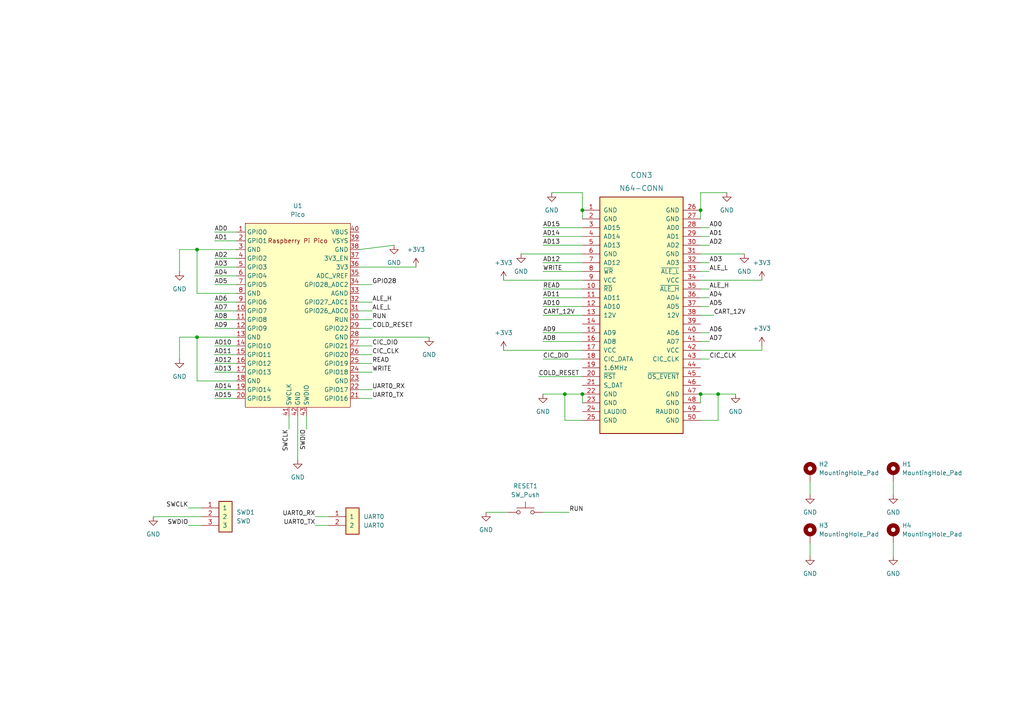
<source format=kicad_sch>
(kicad_sch (version 20211123) (generator eeschema)
  (paper "A4")
  (lib_symbols
    (symbol "MCU_RaspberryPi_and_Boards:Pico"
      (property "Reference" "U" (at -13.97 27.94 0))
      (property "Value" "Pico" (at 0 19.05 0))
      (symbol "Pico_0_0"
        (text "Raspberry Pi Pico" (at 0 21.59 0) (effects (font (size 1.27 1.27))))
      )
      (symbol "Pico_0_1"
        (rectangle (start -15.24 26.67) (end 15.24 -26.67) (fill (type background)))
      )
      (symbol "Pico_1_1"
        (pin bidirectional line (at -17.78 24.13 0) (length 2.54) (name "GPIO0") (number "1"))
        (pin bidirectional line (at -17.78 1.27 0) (length 2.54) (name "GPIO7") (number "10"))
        (pin bidirectional line (at -17.78 -1.27 0) (length 2.54) (name "GPIO8") (number "11"))
        (pin bidirectional line (at -17.78 -3.81 0) (length 2.54) (name "GPIO9") (number "12"))
        (pin power_in line (at -17.78 -6.35 0) (length 2.54) (name "GND") (number "13"))
        (pin bidirectional line (at -17.78 -8.89 0) (length 2.54) (name "GPIO10") (number "14"))
        (pin bidirectional line (at -17.78 -11.43 0) (length 2.54) (name "GPIO11") (number "15"))
        (pin bidirectional line (at -17.78 -13.97 0) (length 2.54) (name "GPIO12") (number "16"))
        (pin bidirectional line (at -17.78 -16.51 0) (length 2.54) (name "GPIO13") (number "17"))
        (pin power_in line (at -17.78 -19.05 0) (length 2.54) (name "GND") (number "18"))
        (pin bidirectional line (at -17.78 -21.59 0) (length 2.54) (name "GPIO14") (number "19"))
        (pin bidirectional line (at -17.78 21.59 0) (length 2.54) (name "GPIO1") (number "2"))
        (pin bidirectional line (at -17.78 -24.13 0) (length 2.54) (name "GPIO15") (number "20"))
        (pin bidirectional line (at 17.78 -24.13 180) (length 2.54) (name "GPIO16") (number "21"))
        (pin bidirectional line (at 17.78 -21.59 180) (length 2.54) (name "GPIO17") (number "22"))
        (pin power_in line (at 17.78 -19.05 180) (length 2.54) (name "GND") (number "23"))
        (pin bidirectional line (at 17.78 -16.51 180) (length 2.54) (name "GPIO18") (number "24"))
        (pin bidirectional line (at 17.78 -13.97 180) (length 2.54) (name "GPIO19") (number "25"))
        (pin bidirectional line (at 17.78 -11.43 180) (length 2.54) (name "GPIO20") (number "26"))
        (pin bidirectional line (at 17.78 -8.89 180) (length 2.54) (name "GPIO21") (number "27"))
        (pin power_in line (at 17.78 -6.35 180) (length 2.54) (name "GND") (number "28"))
        (pin bidirectional line (at 17.78 -3.81 180) (length 2.54) (name "GPIO22") (number "29"))
        (pin power_in line (at -17.78 19.05 0) (length 2.54) (name "GND") (number "3"))
        (pin input line (at 17.78 -1.27 180) (length 2.54) (name "RUN") (number "30"))
        (pin bidirectional line (at 17.78 1.27 180) (length 2.54) (name "GPIO26_ADC0") (number "31"))
        (pin bidirectional line (at 17.78 3.81 180) (length 2.54) (name "GPIO27_ADC1") (number "32"))
        (pin power_in line (at 17.78 6.35 180) (length 2.54) (name "AGND") (number "33"))
        (pin bidirectional line (at 17.78 8.89 180) (length 2.54) (name "GPIO28_ADC2") (number "34"))
        (pin power_in line (at 17.78 11.43 180) (length 2.54) (name "ADC_VREF") (number "35"))
        (pin power_in line (at 17.78 13.97 180) (length 2.54) (name "3V3") (number "36"))
        (pin input line (at 17.78 16.51 180) (length 2.54) (name "3V3_EN") (number "37"))
        (pin bidirectional line (at 17.78 19.05 180) (length 2.54) (name "GND") (number "38"))
        (pin power_in line (at 17.78 21.59 180) (length 2.54) (name "VSYS") (number "39"))
        (pin bidirectional line (at -17.78 16.51 0) (length 2.54) (name "GPIO2") (number "4"))
        (pin power_in line (at 17.78 24.13 180) (length 2.54) (name "VBUS") (number "40"))
        (pin input line (at -2.54 -29.21 90) (length 2.54) (name "SWCLK") (number "41"))
        (pin power_in line (at 0 -29.21 90) (length 2.54) (name "GND") (number "42"))
        (pin bidirectional line (at 2.54 -29.21 90) (length 2.54) (name "SWDIO") (number "43"))
        (pin bidirectional line (at -17.78 13.97 0) (length 2.54) (name "GPIO3") (number "5"))
        (pin bidirectional line (at -17.78 11.43 0) (length 2.54) (name "GPIO4") (number "6"))
        (pin bidirectional line (at -17.78 8.89 0) (length 2.54) (name "GPIO5") (number "7"))
        (pin power_in line (at -17.78 6.35 0) (length 2.54) (name "GND") (number "8"))
        (pin bidirectional line (at -17.78 3.81 0) (length 2.54) (name "GPIO6") (number "9"))
      )
    )
    (symbol "Mechanical:MountingHole_Pad" (pin_numbers hide) (pin_names (offset 1.016) hide)
      (property "Reference" "H" (at 0 6.35 0))
      (property "Value" "MountingHole_Pad" (at 0 4.445 0))
      (symbol "MountingHole_Pad_0_1"
        (circle (center 0 1.27) (radius 1.27) (stroke (width 1.27)))
      )
      (symbol "MountingHole_Pad_1_1"
        (pin input line (at 0 -2.54 90) (length 2.54) (name "1") (number "1"))
      )
    )
    (symbol "Switch:SW_Push" (pin_numbers hide) (pin_names (offset 1.016) hide)
      (property "Reference" "SW" (at 1.27 2.54 0))
      (property "Value" "SW_Push" (at 0 -1.524 0))
      (symbol "SW_Push_0_1"
        (circle (center -2.032 0) (radius 0.508))
        (polyline (pts (xy 0 1.27) (xy 0 3.048)))
        (polyline (pts (xy 2.54 1.27) (xy -2.54 1.27)))
        (circle (center 2.032 0) (radius 0.508))
        (pin passive line (at -5.08 0 0) (length 2.54) (name "1") (number "1"))
        (pin passive line (at 5.08 0 180) (length 2.54) (name "2") (number "2"))
      )
    )
    (symbol "db-connectors:HDR1X2" (pin_names (offset 1.016))
      (property "Reference" "CON" (at 2.54 3.81 0))
      (property "Value" "HDR1X2" (at 4.445 1.27 0))
      (symbol "HDR1X2_0_1"
        (rectangle (start 0 0) (end 3.81 -7.62) (stroke (width 0.254)) (fill (type background)))
      )
      (symbol "HDR1X2_1_1"
        (pin passive line (at -5.08 -2.54 0) (length 5.08) (name "1") (number "1"))
        (pin passive line (at -5.08 -5.08 0) (length 5.08) (name "2") (number "2"))
      )
    )
    (symbol "db-connectors:HDR1X3" (pin_names (offset 1.016))
      (property "Reference" "CON" (at 3.175 4.445 0))
      (property "Value" "HDR1X3" (at 4.445 2.54 0))
      (symbol "HDR1X3_0_1"
        (rectangle (start 0 0.635) (end 3.81 -8.255) (stroke (width 0.254)) (fill (type background)))
      )
      (symbol "HDR1X3_1_1"
        (pin passive line (at -5.08 -1.27 0) (length 5.08) (name "1") (number "1"))
        (pin passive line (at -5.08 -3.81 0) (length 5.08) (name "2") (number "2"))
        (pin passive line (at -5.08 -6.35 0) (length 5.08) (name "3") (number "3"))
      )
    )
    (symbol "db-vgparts:N64-CONN" (pin_names (offset 1.016))
      (property "Reference" "CON" (at 3.175 3.81 0))
      (property "Value" "N64-CONN" (at 7.62 1.27 0))
      (symbol "N64-CONN_0_1"
        (rectangle (start 0 0) (end 24.13 -68.58) (stroke (width 0.254)) (fill (type background)))
      )
      (symbol "N64-CONN_1_1"
        (pin power_in line (at -5.08 -3.81 0) (length 5.08) (name "GND") (number "1"))
        (pin output line (at -5.08 -26.67 0) (length 5.08) (name "~{RD}") (number "10"))
        (pin tri_state line (at -5.08 -29.21 0) (length 5.08) (name "AD11") (number "11"))
        (pin tri_state line (at -5.08 -31.75 0) (length 5.08) (name "AD10") (number "12"))
        (pin power_in line (at -5.08 -34.29 0) (length 5.08) (name "12V") (number "13"))
        (pin passive line (at -5.08 -36.83 0) (length 5.08) (name "~") (number "14"))
        (pin tri_state line (at -5.08 -39.37 0) (length 5.08) (name "AD9") (number "15"))
        (pin tri_state line (at -5.08 -41.91 0) (length 5.08) (name "AD8") (number "16"))
        (pin power_in line (at -5.08 -44.45 0) (length 5.08) (name "VCC") (number "17"))
        (pin tri_state line (at -5.08 -46.99 0) (length 5.08) (name "CIC_DATA") (number "18"))
        (pin output line (at -5.08 -49.53 0) (length 5.08) (name "1.6MHz") (number "19"))
        (pin power_in line (at -5.08 -6.35 0) (length 5.08) (name "GND") (number "2"))
        (pin output line (at -5.08 -52.07 0) (length 5.08) (name "~{RST}") (number "20"))
        (pin tri_state line (at -5.08 -54.61 0) (length 5.08) (name "S_DAT") (number "21"))
        (pin power_in line (at -5.08 -57.15 0) (length 5.08) (name "GND") (number "22"))
        (pin power_in line (at -5.08 -59.69 0) (length 5.08) (name "GND") (number "23"))
        (pin output line (at -5.08 -62.23 0) (length 5.08) (name "LAUDIO") (number "24"))
        (pin power_in line (at -5.08 -64.77 0) (length 5.08) (name "GND") (number "25"))
        (pin power_in line (at 29.21 -3.81 180) (length 5.08) (name "GND") (number "26"))
        (pin power_in line (at 29.21 -6.35 180) (length 5.08) (name "GND") (number "27"))
        (pin tri_state line (at 29.21 -8.89 180) (length 5.08) (name "AD0") (number "28"))
        (pin tri_state line (at 29.21 -11.43 180) (length 5.08) (name "AD1") (number "29"))
        (pin tri_state line (at -5.08 -8.89 0) (length 5.08) (name "AD15") (number "3"))
        (pin tri_state line (at 29.21 -13.97 180) (length 5.08) (name "AD2") (number "30"))
        (pin power_in line (at 29.21 -16.51 180) (length 5.08) (name "GND") (number "31"))
        (pin tri_state line (at 29.21 -19.05 180) (length 5.08) (name "AD3") (number "32"))
        (pin output line (at 29.21 -21.59 180) (length 5.08) (name "~{ALE_L}") (number "33"))
        (pin power_in line (at 29.21 -24.13 180) (length 5.08) (name "VCC") (number "34"))
        (pin output line (at 29.21 -26.67 180) (length 5.08) (name "~{ALE_H}") (number "35"))
        (pin tri_state line (at 29.21 -29.21 180) (length 5.08) (name "AD4") (number "36"))
        (pin tri_state line (at 29.21 -31.75 180) (length 5.08) (name "AD5") (number "37"))
        (pin power_in line (at 29.21 -34.29 180) (length 5.08) (name "12V") (number "38"))
        (pin passive line (at 29.21 -36.83 180) (length 5.08) (name "~") (number "39"))
        (pin tri_state line (at -5.08 -11.43 0) (length 5.08) (name "AD14") (number "4"))
        (pin tri_state line (at 29.21 -39.37 180) (length 5.08) (name "AD6") (number "40"))
        (pin tri_state line (at 29.21 -41.91 180) (length 5.08) (name "AD7") (number "41"))
        (pin power_in line (at 29.21 -44.45 180) (length 5.08) (name "VCC") (number "42"))
        (pin tri_state line (at 29.21 -46.99 180) (length 5.08) (name "CIC_CLK") (number "43"))
        (pin passive line (at 29.21 -49.53 180) (length 5.08) (name "~") (number "44"))
        (pin tri_state line (at 29.21 -52.07 180) (length 5.08) (name "~{OS_EVENT}") (number "45"))
        (pin passive line (at 29.21 -54.61 180) (length 5.08) (name "~") (number "46"))
        (pin power_in line (at 29.21 -57.15 180) (length 5.08) (name "GND") (number "47"))
        (pin power_in line (at 29.21 -59.69 180) (length 5.08) (name "GND") (number "48"))
        (pin output line (at 29.21 -62.23 180) (length 5.08) (name "RAUDIO") (number "49"))
        (pin tri_state line (at -5.08 -13.97 0) (length 5.08) (name "AD13") (number "5"))
        (pin power_out line (at 29.21 -64.77 180) (length 5.08) (name "GND") (number "50"))
        (pin power_in line (at -5.08 -16.51 0) (length 5.08) (name "GND") (number "6"))
        (pin tri_state line (at -5.08 -19.05 0) (length 5.08) (name "AD12") (number "7"))
        (pin output line (at -5.08 -21.59 0) (length 5.08) (name "~{WR}") (number "8"))
        (pin power_in line (at -5.08 -24.13 0) (length 5.08) (name "VCC") (number "9"))
      )
    )
    (symbol "power:+3V3" (power) (pin_names (offset 0))
      (property "Value" "+3V3" (at 0 3.556 0))
      (symbol "+3V3_0_1"
        (polyline (pts (xy -0.762 1.27) (xy 0 2.54)))
        (polyline (pts (xy 0 0) (xy 0 2.54)))
        (polyline (pts (xy 0 2.54) (xy 0.762 1.27)))
      )
      (symbol "+3V3_1_1"
        (pin power_in line (at 0 0 90) (length 0) hide (name "+3V3") (number "1"))
      )
    )
    (symbol "power:GND" (power) (pin_names (offset 0))
      (property "Value" "GND" (at 0 -3.81 0))
      (symbol "GND_0_1"
        (polyline (pts (xy 0 0) (xy 0 -1.27) (xy 1.27 -1.27) (xy 0 -2.54) (xy -1.27 -1.27) (xy 0 -1.27)))
      )
      (symbol "GND_1_1"
        (pin power_in line (at 0 0 270) (length 0) hide (name "GND") (number "1"))
      )
    )
  )
  (junction (at 57.15 97.79))
  (junction (at 203.2 114.3))
  (junction (at 168.91 60.96))
  (junction (at 208.28 114.3))
  (junction (at 203.2 60.96))
  (junction (at 168.91 114.3))
  (junction (at 163.83 114.3))
  (junction (at 57.15 72.39))
  (wire (pts (xy 83.82 120.65) (xy 83.82 124.46)))
  (wire (pts (xy 104.14 107.95) (xy 107.95 107.95)))
  (wire (pts (xy 140.97 148.59) (xy 147.32 148.59)))
  (wire (pts (xy 104.14 97.79) (xy 124.46 97.79)))
  (wire (pts (xy 104.14 90.17) (xy 107.95 90.17)))
  (wire (pts (xy 62.23 69.85) (xy 68.58 69.85)))
  (wire (pts (xy 157.48 88.9) (xy 168.91 88.9)))
  (wire (pts (xy 62.23 95.25) (xy 68.58 95.25)))
  (wire (pts (xy 203.2 83.82) (xy 205.74 83.82)))
  (wire (pts (xy 234.95 157.48) (xy 234.95 161.29)))
  (wire (pts (xy 203.2 91.44) (xy 207.01 91.44)))
  (wire (pts (xy 157.48 96.52) (xy 168.91 96.52)))
  (wire (pts (xy 157.48 78.74) (xy 168.91 78.74)))
  (wire (pts (xy 157.48 91.44) (xy 168.91 91.44)))
  (wire (pts (xy 68.58 97.79) (xy 57.15 97.79)))
  (wire (pts (xy 168.91 121.92) (xy 163.83 121.92)))
  (wire (pts (xy 146.05 101.6) (xy 168.91 101.6)))
  (wire (pts (xy 151.13 73.66) (xy 168.91 73.66)))
  (wire (pts (xy 54.61 152.4) (xy 58.42 152.4)))
  (wire (pts (xy 157.48 83.82) (xy 168.91 83.82)))
  (wire (pts (xy 146.05 81.28) (xy 168.91 81.28)))
  (wire (pts (xy 104.14 87.63) (xy 107.95 87.63)))
  (wire (pts (xy 62.23 87.63) (xy 68.58 87.63)))
  (wire (pts (xy 203.2 101.6) (xy 220.98 101.6)))
  (wire (pts (xy 62.23 80.01) (xy 68.58 80.01)))
  (wire (pts (xy 203.2 76.2) (xy 205.74 76.2)))
  (wire (pts (xy 57.15 85.09) (xy 57.15 72.39)))
  (wire (pts (xy 203.2 88.9) (xy 205.74 88.9)))
  (wire (pts (xy 157.48 99.06) (xy 168.91 99.06)))
  (wire (pts (xy 208.28 114.3) (xy 213.36 114.3)))
  (wire (pts (xy 168.91 114.3) (xy 168.91 116.84)))
  (wire (pts (xy 259.08 157.48) (xy 259.08 161.29)))
  (wire (pts (xy 203.2 96.52) (xy 205.74 96.52)))
  (wire (pts (xy 62.23 107.95) (xy 68.58 107.95)))
  (wire (pts (xy 203.2 114.3) (xy 208.28 114.3)))
  (wire (pts (xy 203.2 81.28) (xy 220.98 81.28)))
  (wire (pts (xy 203.2 78.74) (xy 205.74 78.74)))
  (wire (pts (xy 208.28 121.92) (xy 208.28 114.3)))
  (wire (pts (xy 62.23 102.87) (xy 68.58 102.87)))
  (wire (pts (xy 163.83 114.3) (xy 168.91 114.3)))
  (wire (pts (xy 157.48 148.59) (xy 165.1 148.59)))
  (wire (pts (xy 168.91 60.96) (xy 168.91 55.88)))
  (wire (pts (xy 157.48 114.3) (xy 163.83 114.3)))
  (wire (pts (xy 157.48 104.14) (xy 168.91 104.14)))
  (wire (pts (xy 156.21 109.22) (xy 168.91 109.22)))
  (wire (pts (xy 104.14 77.47) (xy 120.65 77.47)))
  (wire (pts (xy 203.2 86.36) (xy 205.74 86.36)))
  (wire (pts (xy 104.14 113.03) (xy 107.95 113.03)))
  (wire (pts (xy 91.44 149.86) (xy 95.25 149.86)))
  (wire (pts (xy 203.2 114.3) (xy 203.2 116.84)))
  (wire (pts (xy 203.2 104.14) (xy 205.74 104.14)))
  (wire (pts (xy 62.23 90.17) (xy 68.58 90.17)))
  (wire (pts (xy 62.23 67.31) (xy 68.58 67.31)))
  (wire (pts (xy 62.23 82.55) (xy 68.58 82.55)))
  (wire (pts (xy 157.48 71.12) (xy 168.91 71.12)))
  (wire (pts (xy 62.23 113.03) (xy 68.58 113.03)))
  (wire (pts (xy 203.2 121.92) (xy 208.28 121.92)))
  (wire (pts (xy 234.95 139.7) (xy 234.95 143.51)))
  (wire (pts (xy 62.23 74.93) (xy 68.58 74.93)))
  (wire (pts (xy 157.48 76.2) (xy 168.91 76.2)))
  (wire (pts (xy 203.2 66.04) (xy 205.74 66.04)))
  (wire (pts (xy 203.2 68.58) (xy 205.74 68.58)))
  (wire (pts (xy 203.2 73.66) (xy 215.9 73.66)))
  (wire (pts (xy 88.9 120.65) (xy 88.9 124.46)))
  (wire (pts (xy 157.48 86.36) (xy 168.91 86.36)))
  (wire (pts (xy 104.14 115.57) (xy 107.95 115.57)))
  (wire (pts (xy 57.15 72.39) (xy 52.07 72.39)))
  (wire (pts (xy 104.14 82.55) (xy 107.95 82.55)))
  (wire (pts (xy 104.14 105.41) (xy 107.95 105.41)))
  (wire (pts (xy 62.23 115.57) (xy 68.58 115.57)))
  (wire (pts (xy 62.23 105.41) (xy 68.58 105.41)))
  (wire (pts (xy 68.58 85.09) (xy 57.15 85.09)))
  (wire (pts (xy 168.91 60.96) (xy 168.91 63.5)))
  (wire (pts (xy 220.98 101.6) (xy 220.98 100.33)))
  (wire (pts (xy 259.08 139.7) (xy 259.08 143.51)))
  (wire (pts (xy 163.83 121.92) (xy 163.83 114.3)))
  (wire (pts (xy 86.36 120.65) (xy 86.36 133.35)))
  (wire (pts (xy 104.14 92.71) (xy 107.95 92.71)))
  (wire (pts (xy 203.2 71.12) (xy 205.74 71.12)))
  (wire (pts (xy 203.2 55.88) (xy 203.2 60.96)))
  (wire (pts (xy 54.61 147.32) (xy 58.42 147.32)))
  (wire (pts (xy 104.14 100.33) (xy 107.95 100.33)))
  (wire (pts (xy 157.48 68.58) (xy 168.91 68.58)))
  (wire (pts (xy 104.14 95.25) (xy 107.95 95.25)))
  (wire (pts (xy 203.2 60.96) (xy 203.2 63.5)))
  (wire (pts (xy 57.15 97.79) (xy 52.07 97.79)))
  (wire (pts (xy 68.58 110.49) (xy 57.15 110.49)))
  (wire (pts (xy 104.14 102.87) (xy 107.95 102.87)))
  (wire (pts (xy 203.2 55.88) (xy 210.82 55.88)))
  (wire (pts (xy 68.58 72.39) (xy 57.15 72.39)))
  (wire (pts (xy 44.45 149.86) (xy 58.42 149.86)))
  (wire (pts (xy 160.02 55.88) (xy 168.91 55.88)))
  (wire (pts (xy 203.2 99.06) (xy 205.74 99.06)))
  (wire (pts (xy 157.48 66.04) (xy 168.91 66.04)))
  (wire (pts (xy 57.15 110.49) (xy 57.15 97.79)))
  (wire (pts (xy 62.23 100.33) (xy 68.58 100.33)))
  (wire (pts (xy 62.23 77.47) (xy 68.58 77.47)))
  (wire (pts (xy 52.07 97.79) (xy 52.07 104.14)))
  (wire (pts (xy 62.23 92.71) (xy 68.58 92.71)))
  (wire (pts (xy 52.07 72.39) (xy 52.07 78.74)))
  (wire (pts (xy 91.44 152.4) (xy 95.25 152.4)))
  (wire (pts (xy 104.14 72.39) (xy 114.3 71.12)))
  (label "AD7" (at 62.23 90.17 0))
  (label "UART0_RX" (at 91.44 149.86 180))
  (label "AD8" (at 157.48 99.06 0))
  (label "AD6" (at 62.23 87.63 0))
  (label "ALE_L" (at 107.95 90.17 0))
  (label "CIC_CLK" (at 107.95 102.87 0))
  (label "AD13" (at 157.48 71.12 0))
  (label "ALE_H" (at 107.95 87.63 0))
  (label "AD12" (at 157.48 76.2 0))
  (label "READ" (at 107.95 105.41 0))
  (label "AD15" (at 62.23 115.57 0))
  (label "AD0" (at 62.23 67.31 0))
  (label "WRITE" (at 107.95 107.95 0))
  (label "UART0_RX" (at 107.95 113.03 0))
  (label "AD8" (at 62.23 92.71 0))
  (label "CART_12V" (at 157.48 91.44 0))
  (label "AD14" (at 62.23 113.03 0))
  (label "ALE_L" (at 205.74 78.74 0))
  (label "WRITE" (at 157.48 78.74 0))
  (label "READ" (at 157.48 83.82 0))
  (label "UART0_TX" (at 91.44 152.4 180))
  (label "AD11" (at 62.23 102.87 0))
  (label "COLD_RESET" (at 156.21 109.22 0))
  (label "AD10" (at 62.23 100.33 0))
  (label "ALE_H" (at 205.74 83.82 0))
  (label "RUN" (at 107.95 92.71 0))
  (label "AD5" (at 205.74 88.9 0))
  (label "AD3" (at 205.74 76.2 0))
  (label "UART0_TX" (at 107.95 115.57 0))
  (label "AD13" (at 62.23 107.95 0))
  (label "AD9" (at 157.48 96.52 0))
  (label "AD2" (at 205.74 71.12 0))
  (label "AD1" (at 62.23 69.85 0))
  (label "COLD_RESET" (at 107.95 95.25 0))
  (label "AD15" (at 157.48 66.04 0))
  (label "AD9" (at 62.23 95.25 0))
  (label "CIC_CLK" (at 205.74 104.14 0))
  (label "CIC_DIO" (at 157.48 104.14 0))
  (label "AD5" (at 62.23 82.55 0))
  (label "SWDIO" (at 54.61 152.4 180))
  (label "GPIO28" (at 107.95 82.55 0))
  (label "AD3" (at 62.23 77.47 0))
  (label "SWCLK" (at 54.61 147.32 180))
  (label "AD7" (at 205.74 99.06 0))
  (label "AD1" (at 205.74 68.58 0))
  (label "CART_12V" (at 207.01 91.44 0))
  (label "AD12" (at 62.23 105.41 0))
  (label "AD6" (at 205.74 96.52 0))
  (label "AD14" (at 157.48 68.58 0))
  (label "AD10" (at 157.48 88.9 0))
  (label "RUN" (at 165.1 148.59 0))
  (label "SWDIO" (at 88.9 124.46 270))
  (label "AD4" (at 62.23 80.01 0))
  (label "AD11" (at 157.48 86.36 0))
  (label "SWCLK" (at 83.82 124.46 270))
  (label "AD4" (at 205.74 86.36 0))
  (label "AD2" (at 62.23 74.93 0))
  (label "CIC_DIO" (at 107.95 100.33 0))
  (label "AD0" (at 205.74 66.04 0))
  (symbol (lib_id "Mechanical:MountingHole_Pad") (at 259.08 137.16 0) (unit 1)
    (property "Reference" "H1" (at 261.62 134.6199 0) (effects (justify left)))
    (property "Value" "MountingHole_Pad" (at 261.62 137.1599 0) (effects (justify left)))
    (property "Footprint" "MountingHole:MountingHole_2.2mm_M2_DIN965_Pad_TopBottom" (effects hide))
  )
  (symbol (lib_id "power:GND") (at 86.36 133.35 0) (unit 1)
    (property "Reference" "#PWR0106" (effects hide))
    (property "Value" "GND" (at 86.36 138.43 0))
  )
  (symbol (lib_id "power:GND") (at 259.08 161.29 0) (unit 1)
    (property "Reference" "#PWR0120" (effects hide))
    (property "Value" "GND" (at 259.08 166.37 0))
  )
  (symbol (lib_id "power:+3V3") (at 120.65 77.47 0) (unit 1)
    (property "Reference" "#PWR0114" (effects hide))
    (property "Value" "+3V3" (at 120.65 72.39 0))
  )
  (symbol (lib_id "power:GND") (at 52.07 104.14 0) (unit 1)
    (property "Reference" "#PWR0107" (effects hide))
    (property "Value" "GND" (at 52.07 109.22 0))
  )
  (symbol (lib_id "power:GND") (at 114.3 71.12 0) (unit 1)
    (property "Reference" "#PWR0115" (effects hide))
    (property "Value" "GND" (at 114.3 76.2 0))
  )
  (symbol (lib_id "power:GND") (at 215.9 73.66 0) (unit 1)
    (property "Reference" "#PWR0102" (effects hide))
    (property "Value" "GND" (at 215.9 78.74 0))
  )
  (symbol (lib_id "power:+3V3") (at 146.05 101.6 0) (unit 1)
    (property "Reference" "#PWR0112" (effects hide))
    (property "Value" "+3V3" (at 146.05 96.52 0))
  )
  (symbol (lib_id "power:GND") (at 210.82 55.88 0) (unit 1)
    (property "Reference" "#PWR0101" (effects hide))
    (property "Value" "GND" (at 210.82 60.96 0))
  )
  (symbol (lib_id "power:GND") (at 140.97 148.59 0) (unit 1)
    (property "Reference" "#PWR0118" (effects hide))
    (property "Value" "GND" (at 140.97 153.67 0))
  )
  (symbol (lib_id "Mechanical:MountingHole_Pad") (at 234.95 154.94 0) (unit 1)
    (property "Reference" "H3" (at 237.49 152.3999 0) (effects (justify left)))
    (property "Value" "MountingHole_Pad" (at 237.49 154.9399 0) (effects (justify left)))
    (property "Footprint" "MountingHole:MountingHole_2.2mm_M2_DIN965_Pad_TopBottom" (effects hide))
  )
  (symbol (lib_id "power:GND") (at 234.95 161.29 0) (unit 1)
    (property "Reference" "#PWR0122" (effects hide))
    (property "Value" "GND" (at 234.95 166.37 0))
  )
  (symbol (lib_id "power:GND") (at 213.36 114.3 0) (unit 1)
    (property "Reference" "#PWR0116" (effects hide))
    (property "Value" "GND" (at 213.36 119.38 0))
  )
  (symbol (lib_id "power:GND") (at 124.46 97.79 0) (unit 1)
    (property "Reference" "#PWR0113" (effects hide))
    (property "Value" "GND" (at 124.46 102.87 0))
  )
  (symbol (lib_id "power:GND") (at 259.08 143.51 0) (unit 1)
    (property "Reference" "#PWR0119" (effects hide))
    (property "Value" "GND" (at 259.08 148.59 0))
  )
  (symbol (lib_id "Mechanical:MountingHole_Pad") (at 259.08 154.94 0) (unit 1)
    (property "Reference" "H4" (at 261.62 152.3999 0) (effects (justify left)))
    (property "Value" "MountingHole_Pad" (at 261.62 154.9399 0) (effects (justify left)))
    (property "Footprint" "MountingHole:MountingHole_2.2mm_M2_DIN965_Pad_TopBottom" (effects hide))
  )
  (symbol (lib_id "db-connectors:HDR1X2") (at 100.33 147.32 0) (unit 1)
    (property "Reference" "UART0" (at 105.41 149.8599 0) (effects (justify left)))
    (property "Value" "UART0" (at 105.41 152.3999 0) (effects (justify left)))
    (property "Footprint" "Connector_PinHeader_2.54mm:PinHeader_1x02_P2.54mm_Vertical" (effects hide))
    (property "Digikey" "952-2262-ND" (effects hide))
    (property "Description" "SIL VERTICAL PC TAIL PIN HEADER" (effects hide))
  )
  (symbol (lib_id "power:GND") (at 151.13 73.66 0) (unit 1)
    (property "Reference" "#PWR0109" (effects hide))
    (property "Value" "GND" (at 151.13 78.74 0))
  )
  (symbol (lib_id "power:GND") (at 160.02 55.88 0) (unit 1)
    (property "Reference" "#PWR0111" (effects hide))
    (property "Value" "GND" (at 160.02 60.96 0))
  )
  (symbol (lib_id "power:+3V3") (at 220.98 81.28 0) (unit 1)
    (property "Reference" "#PWR0103" (effects hide))
    (property "Value" "+3V3" (at 220.98 76.2 0))
  )
  (symbol (lib_id "db-vgparts:N64-CONN") (at 173.99 57.15 0) (unit 1)
    (property "Reference" "CON3" (at 186.055 50.8 0) (effects (font (size 1.524 1.524))))
    (property "Value" "N64-CONN" (at 186.055 54.61 0) (effects (font (size 1.524 1.524))))
    (property "Footprint" "db-thparts:N64-CONN" (effects hide))
  )
  (symbol (lib_id "MCU_RaspberryPi_and_Boards:Pico") (at 86.36 91.44 0) (unit 1)
    (property "Reference" "U1" (at 86.36 59.69 0))
    (property "Value" "Pico" (at 86.36 62.23 0))
    (property "Footprint" "MCU_RaspberryPi_and_Boards:RPi_Pico_SMD_TH" (effects hide))
  )
  (symbol (lib_id "power:GND") (at 52.07 78.74 0) (unit 1)
    (property "Reference" "#PWR0108" (effects hide))
    (property "Value" "GND" (at 52.07 83.82 0))
  )
  (symbol (lib_id "db-connectors:HDR1X3") (at 63.5 146.05 0) (unit 1)
    (property "Reference" "SWD1" (at 68.58 148.5899 0) (effects (justify left)))
    (property "Value" "SWD" (at 68.58 151.1299 0) (effects (justify left)))
    (property "Footprint" "Connector_PinHeader_2.54mm:PinHeader_1x03_P2.54mm_Vertical" (effects hide))
    (property "Digikey" "732-5316-ND" (effects hide))
    (property "Description" "CONN HEADER 3 POS 2.54" (effects hide))
  )
  (symbol (lib_id "power:GND") (at 234.95 143.51 0) (unit 1)
    (property "Reference" "#PWR0121" (effects hide))
    (property "Value" "GND" (at 234.95 148.59 0))
  )
  (symbol (lib_id "Mechanical:MountingHole_Pad") (at 234.95 137.16 0) (unit 1)
    (property "Reference" "H2" (at 237.49 134.6199 0) (effects (justify left)))
    (property "Value" "MountingHole_Pad" (at 237.49 137.1599 0) (effects (justify left)))
    (property "Footprint" "MountingHole:MountingHole_2.2mm_M2_DIN965_Pad_TopBottom" (effects hide))
  )
  (symbol (lib_id "power:+3V3") (at 146.05 81.28 0) (unit 1)
    (property "Reference" "#PWR0110" (effects hide))
    (property "Value" "+3V3" (at 146.05 76.2 0))
  )
  (symbol (lib_id "power:GND") (at 44.45 149.86 0) (unit 1)
    (property "Reference" "#PWR0105" (effects hide))
    (property "Value" "GND" (at 44.45 154.94 0))
  )
  (symbol (lib_id "power:+3V3") (at 220.98 100.33 0) (unit 1)
    (property "Reference" "#PWR0104" (effects hide))
    (property "Value" "+3V3" (at 220.98 95.25 0))
  )
  (symbol (lib_id "Switch:SW_Push") (at 152.4 148.59 0) (unit 1)
    (property "Reference" "RESET1" (at 152.4 140.97 0))
    (property "Value" "SW_Push" (at 152.4 143.51 0))
    (property "Footprint" "Button_Switch_SMD:SW_SPST_FSMSM" (effects hide))
  )
  (symbol (lib_id "power:GND") (at 157.48 114.3 0) (unit 1)
    (property "Reference" "#PWR0117" (effects hide))
    (property "Value" "GND" (at 157.48 119.38 0))
  )
)
</source>
